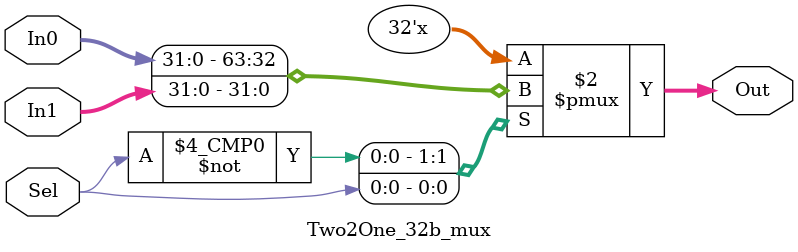
<source format=v>
`timescale 1ns / 1ps

module Two2One_32b_mux(
    input [31:0] In0, In1,
    input 		  Sel,
    output reg [31:0] Out
    );
	always @(In0, In1, Sel)
	case(Sel)
	0: Out <=In0;
	1: Out <=In1;
	endcase


endmodule
</source>
